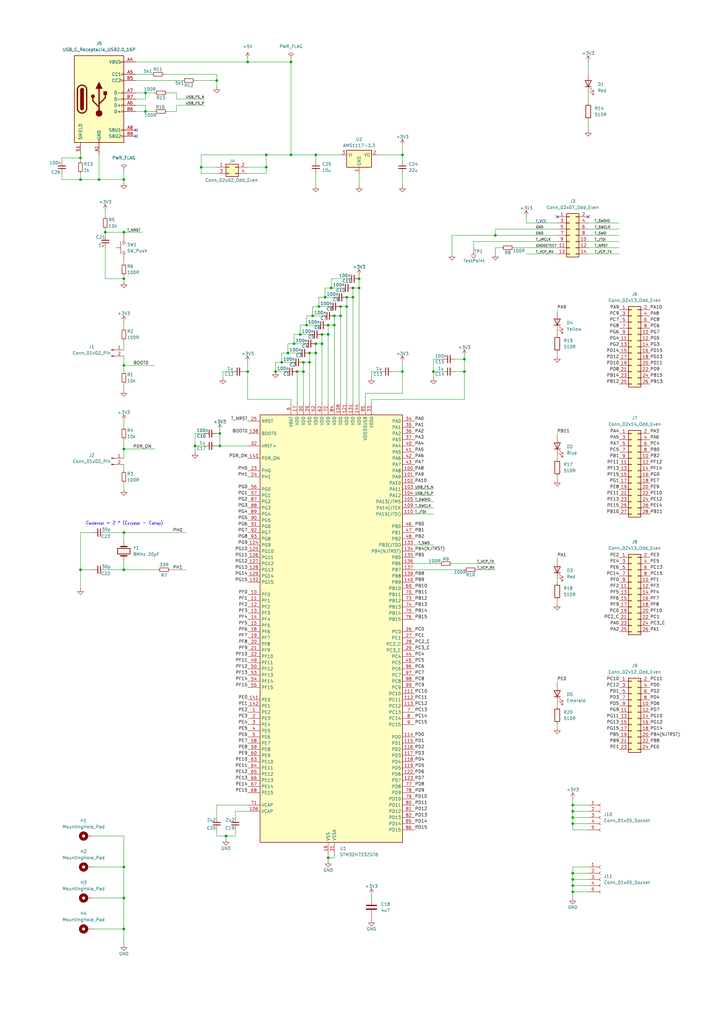
<source format=kicad_sch>
(kicad_sch (version 20231120) (generator "eeschema") (generator_version "8.0")
  (paper "A3" portrait)
  (junction (at 234.95 332.74))
  (junction (at 234.95 363.22))
  (junction (at 132.08 140.97))
  (junction (at 80.01 182.88))
  (junction (at 50.8 73.66))
  (junction (at 121.92 152.4))
  (junction (at 119.38 25.4))
  (junction (at 234.95 358.14))
  (junction (at 127 144.78))
  (junction (at 165.1 63.5))
  (junction (at 88.9 33.02))
  (junction (at 129.54 144.78))
  (junction (at 92.71 342.9))
  (junction (at 190.5 152.4))
  (junction (at 127 148.59))
  (junction (at 43.18 95.25))
  (junction (at 124.46 152.4))
  (junction (at 190.5 147.32))
  (junction (at 132.08 137.16))
  (junction (at 147.32 114.3))
  (junction (at 139.7 129.54))
  (junction (at 129.54 63.5))
  (junction (at 124.46 148.59))
  (junction (at 137.16 129.54))
  (junction (at 101.6 152.4))
  (junction (at 142.24 121.92))
  (junction (at 109.22 63.5))
  (junction (at 115.57 148.59))
  (junction (at 82.55 68.58))
  (junction (at 234.95 365.76))
  (junction (at 50.8 149.86))
  (junction (at 144.78 118.11))
  (junction (at 50.8 381))
  (junction (at 33.02 233.68))
  (junction (at 130.81 125.73))
  (junction (at 177.8 152.4))
  (junction (at 134.62 133.35))
  (junction (at 50.8 114.3))
  (junction (at 125.73 133.35))
  (junction (at 234.95 330.2))
  (junction (at 165.1 152.4))
  (junction (at 40.64 73.66))
  (junction (at 119.38 63.5))
  (junction (at 203.2 96.52))
  (junction (at 135.89 118.11))
  (junction (at 50.8 368.3))
  (junction (at 33.02 73.66))
  (junction (at 123.19 137.16))
  (junction (at 134.62 351.79))
  (junction (at 101.6 25.4))
  (junction (at 50.8 218.44))
  (junction (at 129.54 140.97))
  (junction (at 128.27 129.54))
  (junction (at 139.7 125.73))
  (junction (at 109.22 68.58))
  (junction (at 59.69 38.1))
  (junction (at 118.11 144.78))
  (junction (at 234.95 335.28))
  (junction (at 142.24 125.73))
  (junction (at 137.16 133.35))
  (junction (at 50.8 95.25))
  (junction (at 134.62 137.16))
  (junction (at 50.8 184.15))
  (junction (at 120.65 140.97))
  (junction (at 234.95 337.82))
  (junction (at 33.02 64.77))
  (junction (at 50.8 233.68))
  (junction (at 90.17 177.8))
  (junction (at 133.35 121.92))
  (junction (at 234.95 360.68))
  (junction (at 59.69 45.72))
  (junction (at 90.17 182.88))
  (junction (at 147.32 118.11))
  (junction (at 50.8 355.6))
  (junction (at 113.03 152.4))
  (junction (at 144.78 121.92))
  (no_connect (at 55.88 53.34))
  (no_connect (at 55.88 55.88))
  (no_connect (at 228.6 88.9))
  (no_connect (at 241.3 88.9))
  (wire (pts (xy 203.2 101.6) (xy 205.74 101.6)))
  (wire (pts (xy 142.24 121.92) (xy 142.24 125.73)))
  (wire (pts (xy 55.88 40.64) (xy 59.69 40.64)))
  (wire (pts (xy 33.02 64.77) (xy 33.02 66.04)))
  (wire (pts (xy 127 148.59) (xy 127 144.78)))
  (wire (pts (xy 90.17 176.53) (xy 90.17 177.8)))
  (wire (pts (xy 118.11 140.97) (xy 118.11 144.78)))
  (wire (pts (xy 130.81 121.92) (xy 133.35 121.92)))
  (wire (pts (xy 72.39 43.18) (xy 83.82 43.18)))
  (wire (pts (xy 96.52 340.36) (xy 96.52 342.9)))
  (wire (pts (xy 33.02 73.66) (xy 40.64 73.66)))
  (wire (pts (xy 119.38 24.13) (xy 119.38 25.4)))
  (wire (pts (xy 165.1 71.12) (xy 165.1 76.2)))
  (wire (pts (xy 194.31 99.06) (xy 194.31 101.6)))
  (wire (pts (xy 228.6 246.38) (xy 228.6 247.65)))
  (wire (pts (xy 109.22 68.58) (xy 109.22 71.12)))
  (wire (pts (xy 228.6 195.58) (xy 228.6 196.85)))
  (wire (pts (xy 234.95 327.66) (xy 234.95 330.2)))
  (wire (pts (xy 241.3 337.82) (xy 234.95 337.82)))
  (wire (pts (xy 147.32 118.11) (xy 147.32 165.1)))
  (wire (pts (xy 50.8 73.66) (xy 40.64 73.66)))
  (wire (pts (xy 241.3 360.68) (xy 234.95 360.68)))
  (wire (pts (xy 156.21 152.4) (xy 152.4 152.4)))
  (wire (pts (xy 190.5 163.83) (xy 190.5 152.4)))
  (wire (pts (xy 128.27 129.54) (xy 132.08 129.54)))
  (wire (pts (xy 123.19 133.35) (xy 125.73 133.35)))
  (wire (pts (xy 43.18 95.25) (xy 50.8 95.25)))
  (wire (pts (xy 195.58 233.68) (xy 203.2 233.68)))
  (wire (pts (xy 109.22 63.5) (xy 119.38 63.5)))
  (wire (pts (xy 139.7 125.73) (xy 139.7 129.54)))
  (wire (pts (xy 101.6 163.83) (xy 101.6 152.4)))
  (wire (pts (xy 50.8 132.08) (xy 50.8 134.62)))
  (wire (pts (xy 165.1 148.59) (xy 165.1 152.4)))
  (wire (pts (xy 50.8 184.15) (xy 50.8 187.96)))
  (wire (pts (xy 127 148.59) (xy 127 165.1)))
  (wire (pts (xy 135.89 114.3) (xy 142.24 114.3)))
  (wire (pts (xy 90.17 177.8) (xy 90.17 182.88)))
  (wire (pts (xy 228.6 297.18) (xy 228.6 298.45)))
  (wire (pts (xy 128.27 125.73) (xy 130.81 125.73)))
  (wire (pts (xy 55.88 25.4) (xy 101.6 25.4)))
  (wire (pts (xy 127 144.78) (xy 129.54 144.78)))
  (wire (pts (xy 82.55 63.5) (xy 109.22 63.5)))
  (wire (pts (xy 95.25 152.4) (xy 91.44 152.4)))
  (wire (pts (xy 234.95 360.68) (xy 234.95 363.22)))
  (wire (pts (xy 101.6 25.4) (xy 119.38 25.4)))
  (wire (pts (xy 50.8 381) (xy 50.8 387.35)))
  (wire (pts (xy 68.58 45.72) (xy 72.39 45.72)))
  (wire (pts (xy 33.02 233.68) (xy 38.1 233.68)))
  (wire (pts (xy 144.78 118.11) (xy 144.78 121.92)))
  (wire (pts (xy 50.8 106.68) (xy 50.8 107.95)))
  (wire (pts (xy 241.3 104.14) (xy 254 104.14)))
  (wire (pts (xy 83.82 177.8) (xy 80.01 177.8)))
  (wire (pts (xy 90.17 182.88) (xy 101.6 182.88)))
  (wire (pts (xy 55.88 33.02) (xy 74.93 33.02)))
  (wire (pts (xy 124.46 152.4) (xy 124.46 165.1)))
  (wire (pts (xy 228.6 144.78) (xy 228.6 146.05)))
  (wire (pts (xy 72.39 40.64) (xy 83.82 40.64)))
  (wire (pts (xy 125.73 129.54) (xy 125.73 133.35)))
  (wire (pts (xy 43.18 93.98) (xy 43.18 95.25)))
  (wire (pts (xy 38.1 342.9) (xy 50.8 342.9)))
  (wire (pts (xy 165.1 152.4) (xy 165.1 161.29)))
  (wire (pts (xy 137.16 350.52) (xy 137.16 351.79)))
  (wire (pts (xy 38.1 355.6) (xy 50.8 355.6)))
  (wire (pts (xy 50.8 218.44) (xy 76.2 218.44)))
  (wire (pts (xy 50.8 342.9) (xy 50.8 355.6)))
  (wire (pts (xy 139.7 125.73) (xy 142.24 125.73)))
  (wire (pts (xy 50.8 180.34) (xy 50.8 184.15)))
  (wire (pts (xy 133.35 118.11) (xy 133.35 121.92)))
  (wire (pts (xy 115.57 144.78) (xy 118.11 144.78)))
  (wire (pts (xy 170.18 200.66) (xy 177.8 200.66)))
  (wire (pts (xy 152.4 163.83) (xy 190.5 163.83)))
  (wire (pts (xy 137.16 133.35) (xy 137.16 129.54)))
  (wire (pts (xy 228.6 135.89) (xy 228.6 137.16)))
  (wire (pts (xy 50.8 113.03) (xy 50.8 114.3)))
  (wire (pts (xy 43.18 101.6) (xy 43.18 114.3)))
  (wire (pts (xy 241.3 363.22) (xy 234.95 363.22)))
  (wire (pts (xy 88.9 340.36) (xy 88.9 342.9)))
  (wire (pts (xy 113.03 148.59) (xy 113.03 152.4)))
  (wire (pts (xy 43.18 114.3) (xy 50.8 114.3)))
  (wire (pts (xy 152.4 165.1) (xy 152.4 163.83)))
  (wire (pts (xy 170.18 210.82) (xy 177.8 210.82)))
  (wire (pts (xy 125.73 133.35) (xy 129.54 133.35)))
  (wire (pts (xy 125.73 129.54) (xy 128.27 129.54)))
  (wire (pts (xy 241.3 93.98) (xy 254 93.98)))
  (wire (pts (xy 50.8 114.3) (xy 50.8 115.57)))
  (wire (pts (xy 129.54 71.12) (xy 129.54 76.2)))
  (wire (pts (xy 50.8 233.68) (xy 50.8 229.87)))
  (wire (pts (xy 165.1 59.69) (xy 165.1 63.5)))
  (wire (pts (xy 241.3 91.44) (xy 254 91.44)))
  (wire (pts (xy 50.8 190.5) (xy 50.8 193.04)))
  (wire (pts (xy 50.8 149.86) (xy 63.5 149.86)))
  (wire (pts (xy 133.35 121.92) (xy 137.16 121.92)))
  (wire (pts (xy 181.61 147.32) (xy 177.8 147.32)))
  (wire (pts (xy 137.16 351.79) (xy 134.62 351.79)))
  (wire (pts (xy 59.69 38.1) (xy 63.5 38.1)))
  (wire (pts (xy 38.1 381) (xy 50.8 381)))
  (wire (pts (xy 88.9 182.88) (xy 90.17 182.88)))
  (wire (pts (xy 50.8 355.6) (xy 50.8 368.3)))
  (wire (pts (xy 228.6 228.6) (xy 228.6 229.87)))
  (wire (pts (xy 33.02 63.5) (xy 33.02 64.77)))
  (wire (pts (xy 165.1 152.4) (xy 161.29 152.4)))
  (wire (pts (xy 215.9 88.9) (xy 215.9 91.44)))
  (wire (pts (xy 129.54 144.78) (xy 129.54 165.1)))
  (wire (pts (xy 194.31 99.06) (xy 228.6 99.06)))
  (wire (pts (xy 241.3 96.52) (xy 254 96.52)))
  (wire (pts (xy 25.4 66.04) (xy 25.4 64.77)))
  (wire (pts (xy 50.8 95.25) (xy 58.42 95.25)))
  (wire (pts (xy 165.1 63.5) (xy 165.1 66.04)))
  (wire (pts (xy 82.55 68.58) (xy 82.55 63.5)))
  (wire (pts (xy 185.42 96.52) (xy 203.2 96.52)))
  (wire (pts (xy 234.95 330.2) (xy 234.95 332.74)))
  (wire (pts (xy 228.6 288.29) (xy 228.6 289.56)))
  (wire (pts (xy 147.32 71.12) (xy 147.32 76.2)))
  (wire (pts (xy 190.5 147.32) (xy 190.5 152.4)))
  (wire (pts (xy 134.62 133.35) (xy 137.16 133.35)))
  (wire (pts (xy 152.4 152.4) (xy 152.4 154.94)))
  (wire (pts (xy 234.95 355.6) (xy 234.95 358.14)))
  (wire (pts (xy 55.88 30.48) (xy 62.23 30.48)))
  (wire (pts (xy 170.18 205.74) (xy 177.8 205.74)))
  (wire (pts (xy 190.5 152.4) (xy 186.69 152.4)))
  (wire (pts (xy 83.82 182.88) (xy 80.01 182.88)))
  (wire (pts (xy 67.31 30.48) (xy 88.9 30.48)))
  (wire (pts (xy 133.35 118.11) (xy 135.89 118.11)))
  (wire (pts (xy 134.62 350.52) (xy 134.62 351.79)))
  (wire (pts (xy 139.7 63.5) (xy 129.54 63.5)))
  (wire (pts (xy 120.65 137.16) (xy 123.19 137.16)))
  (wire (pts (xy 132.08 140.97) (xy 132.08 165.1)))
  (wire (pts (xy 142.24 125.73) (xy 142.24 165.1)))
  (wire (pts (xy 170.18 203.2) (xy 177.8 203.2)))
  (wire (pts (xy 152.4 375.92) (xy 152.4 377.19)))
  (wire (pts (xy 92.71 342.9) (xy 92.71 344.17)))
  (wire (pts (xy 68.58 38.1) (xy 72.39 38.1)))
  (wire (pts (xy 241.3 101.6) (xy 254 101.6)))
  (wire (pts (xy 241.3 38.1) (xy 241.3 41.91)))
  (wire (pts (xy 170.18 233.68) (xy 190.5 233.68)))
  (wire (pts (xy 241.3 335.28) (xy 234.95 335.28)))
  (wire (pts (xy 241.3 358.14) (xy 234.95 358.14)))
  (wire (pts (xy 121.92 152.4) (xy 121.92 165.1)))
  (wire (pts (xy 228.6 127) (xy 228.6 128.27)))
  (wire (pts (xy 228.6 279.4) (xy 228.6 280.67)))
  (wire (pts (xy 50.8 218.44) (xy 50.8 222.25)))
  (wire (pts (xy 50.8 146.05) (xy 50.8 149.86)))
  (wire (pts (xy 33.02 233.68) (xy 33.02 241.3)))
  (wire (pts (xy 88.9 30.48) (xy 88.9 33.02)))
  (wire (pts (xy 210.82 101.6) (xy 228.6 101.6)))
  (wire (pts (xy 132.08 137.16) (xy 132.08 140.97)))
  (wire (pts (xy 137.16 129.54) (xy 139.7 129.54)))
  (wire (pts (xy 113.03 148.59) (xy 115.57 148.59)))
  (wire (pts (xy 59.69 40.64) (xy 59.69 38.1)))
  (wire (pts (xy 43.18 95.25) (xy 43.18 96.52)))
  (wire (pts (xy 113.03 152.4) (xy 116.84 152.4)))
  (wire (pts (xy 170.18 223.52) (xy 177.8 223.52)))
  (wire (pts (xy 50.8 73.66) (xy 50.8 74.93)))
  (wire (pts (xy 91.44 152.4) (xy 91.44 154.94)))
  (wire (pts (xy 139.7 129.54) (xy 139.7 165.1)))
  (wire (pts (xy 241.3 355.6) (xy 234.95 355.6)))
  (wire (pts (xy 25.4 71.12) (xy 25.4 73.66)))
  (wire (pts (xy 177.8 152.4) (xy 177.8 154.94)))
  (wire (pts (xy 38.1 368.3) (xy 50.8 368.3)))
  (wire (pts (xy 72.39 45.72) (xy 72.39 43.18)))
  (wire (pts (xy 234.95 365.76) (xy 234.95 368.3)))
  (wire (pts (xy 203.2 96.52) (xy 228.6 96.52)))
  (wire (pts (xy 241.3 25.4) (xy 241.3 30.48)))
  (wire (pts (xy 128.27 125.73) (xy 128.27 129.54)))
  (wire (pts (xy 82.55 71.12) (xy 82.55 68.58)))
  (wire (pts (xy 88.9 335.28) (xy 88.9 330.2)))
  (wire (pts (xy 50.8 368.3) (xy 50.8 381)))
  (wire (pts (xy 55.88 38.1) (xy 59.69 38.1)))
  (wire (pts (xy 109.22 68.58) (xy 109.22 63.5)))
  (wire (pts (xy 149.86 161.29) (xy 165.1 161.29)))
  (wire (pts (xy 190.5 146.05) (xy 190.5 147.32)))
  (wire (pts (xy 43.18 233.68) (xy 50.8 233.68)))
  (wire (pts (xy 50.8 198.12) (xy 50.8 200.66)))
  (wire (pts (xy 234.95 358.14) (xy 234.95 360.68)))
  (wire (pts (xy 185.42 231.14) (xy 203.2 231.14)))
  (wire (pts (xy 88.9 68.58) (xy 82.55 68.58)))
  (wire (pts (xy 129.54 63.5) (xy 129.54 66.04)))
  (wire (pts (xy 135.89 114.3) (xy 135.89 118.11)))
  (wire (pts (xy 234.95 335.28) (xy 234.95 337.82)))
  (wire (pts (xy 50.8 157.48) (xy 50.8 160.02)))
  (wire (pts (xy 121.92 152.4) (xy 124.46 152.4)))
  (wire (pts (xy 147.32 114.3) (xy 147.32 118.11)))
  (wire (pts (xy 241.3 332.74) (xy 234.95 332.74)))
  (wire (pts (xy 154.94 63.5) (xy 165.1 63.5)))
  (wire (pts (xy 134.62 137.16) (xy 134.62 165.1)))
  (wire (pts (xy 118.11 140.97) (xy 120.65 140.97)))
  (wire (pts (xy 241.3 99.06) (xy 254 99.06)))
  (wire (pts (xy 203.2 93.98) (xy 203.2 96.52)))
  (wire (pts (xy 88.9 71.12) (xy 82.55 71.12)))
  (wire (pts (xy 152.4 367.03) (xy 152.4 368.3)))
  (wire (pts (xy 100.33 152.4) (xy 101.6 152.4)))
  (wire (pts (xy 241.3 365.76) (xy 234.95 365.76)))
  (wire (pts (xy 203.2 93.98) (xy 228.6 93.98)))
  (wire (pts (xy 50.8 139.7) (xy 50.8 143.51)))
  (wire (pts (xy 59.69 45.72) (xy 63.5 45.72)))
  (wire (pts (xy 55.88 45.72) (xy 59.69 45.72)))
  (wire (pts (xy 142.24 121.92) (xy 144.78 121.92)))
  (wire (pts (xy 96.52 332.74) (xy 96.52 335.28)))
  (wire (pts (xy 69.85 233.68) (xy 76.2 233.68)))
  (wire (pts (xy 147.32 114.3) (xy 147.32 113.03)))
  (wire (pts (xy 80.01 33.02) (xy 88.9 33.02)))
  (wire (pts (xy 228.6 91.44) (xy 215.9 91.44)))
  (wire (pts (xy 129.54 140.97) (xy 132.08 140.97)))
  (wire (pts (xy 228.6 177.8) (xy 228.6 179.07)))
  (wire (pts (xy 203.2 101.6) (xy 203.2 104.14)))
  (wire (pts (xy 80.01 177.8) (xy 80.01 182.88)))
  (wire (pts (xy 228.6 104.14) (xy 215.9 104.14)))
  (wire (pts (xy 101.6 148.59) (xy 101.6 152.4)))
  (wire (pts (xy 228.6 237.49) (xy 228.6 238.76)))
  (wire (pts (xy 130.81 121.92) (xy 130.81 125.73)))
  (wire (pts (xy 123.19 133.35) (xy 123.19 137.16)))
  (wire (pts (xy 64.77 233.68) (xy 50.8 233.68)))
  (wire (pts (xy 241.3 340.36) (xy 234.95 340.36)))
  (wire (pts (xy 241.3 330.2) (xy 234.95 330.2)))
  (wire (pts (xy 88.9 33.02) (xy 88.9 35.56)))
  (wire (pts (xy 120.65 140.97) (xy 124.46 140.97)))
  (wire (pts (xy 234.95 332.74) (xy 234.95 335.28)))
  (wire (pts (xy 124.46 152.4) (xy 124.46 148.59)))
  (wire (pts (xy 33.02 71.12) (xy 33.02 73.66)))
  (wire (pts (xy 101.6 71.12) (xy 109.22 71.12)))
  (wire (pts (xy 101.6 68.58) (xy 109.22 68.58)))
  (wire (pts (xy 130.81 125.73) (xy 134.62 125.73)))
  (wire (pts (xy 185.42 104.14) (xy 185.42 96.52)))
  (wire (pts (xy 88.9 177.8) (xy 90.17 177.8)))
  (wire (pts (xy 59.69 43.18) (xy 59.69 45.72)))
  (wire (pts (xy 129.54 144.78) (xy 129.54 140.97)))
  (wire (pts (xy 132.08 137.16) (xy 134.62 137.16)))
  (wire (pts (xy 50.8 69.85) (xy 50.8 73.66)))
  (wire (pts (xy 144.78 118.11) (xy 147.32 118.11)))
  (wire (pts (xy 25.4 73.66) (xy 33.02 73.66)))
  (wire (pts (xy 119.38 25.4) (xy 119.38 63.5)))
  (wire (pts (xy 43.18 218.44) (xy 50.8 218.44)))
  (wire (pts (xy 101.6 24.13) (xy 101.6 25.4)))
  (wire (pts (xy 228.6 186.69) (xy 228.6 187.96)))
  (wire (pts (xy 55.88 43.18) (xy 59.69 43.18)))
  (wire (pts (xy 80.01 182.88) (xy 80.01 185.42)))
  (wire (pts (xy 119.38 63.5) (xy 129.54 63.5)))
  (wire (pts (xy 234.95 337.82) (xy 234.95 340.36)))
  (wire (pts (xy 135.89 118.11) (xy 139.7 118.11)))
  (wire (pts (xy 72.39 38.1) (xy 72.39 40.64)))
  (wire (pts (xy 137.16 133.35) (xy 137.16 165.1)))
  (wire (pts (xy 190.5 147.32) (xy 186.69 147.32)))
  (wire (pts (xy 101.6 163.83) (xy 119.38 163.83)))
  (wire (pts (xy 170.18 231.14) (xy 180.34 231.14)))
  (wire (pts (xy 50.8 95.25) (xy 50.8 96.52)))
  (wire (pts (xy 40.64 63.5) (xy 40.64 73.66)))
  (wire (pts (xy 134.62 351.79) (xy 134.62 353.06)))
  (wire (pts (xy 124.46 148.59) (xy 127 148.59)))
  (wire (pts (xy 241.3 49.53) (xy 241.3 53.34)))
  (wire (pts (xy 43.18 86.36) (xy 43.18 88.9)))
  (wire (pts (xy 123.19 137.16) (xy 127 137.16)))
  (wire (pts (xy 88.9 330.2) (xy 101.6 330.2)))
  (wire (pts (xy 119.38 163.83) (xy 119.38 165.1)))
  (wire (pts (xy 92.71 342.9) (xy 88.9 342.9)))
  (wire (pts (xy 234.95 363.22) (xy 234.95 365.76)))
  (wire (pts (xy 96.52 342.9) (xy 92.71 342.9)))
  (wire (pts (xy 50.8 184.15) (xy 63.5 184.15)))
  (wire (pts (xy 120.65 137.16) (xy 120.65 140.97)))
  (wire (pts (xy 38.1 218.44) (xy 33.02 218.44)))
  (wire (pts (xy 50.8 172.72) (xy 50.8 175.26)))
  (wire (pts (xy 115.57 144.78) (xy 115.57 148.59)))
  (wire (pts (xy 50.8 152.4) (xy 50.8 149.86)))
  (wire (pts (xy 115.57 148.59) (xy 119.38 148.59)))
  (wire (pts (xy 118.11 144.78) (xy 121.92 144.78)))
  (wire (pts (xy 170.18 208.28) (xy 177.8 208.28)))
  (wire (pts (xy 134.62 133.35) (xy 134.62 137.16)))
  (wire (pts (xy 177.8 147.32) (xy 177.8 152.4)))
  (wire (pts (xy 101.6 332.74) (xy 96.52 332.74)))
  (wire (pts (xy 181.61 152.4) (xy 177.8 152.4)))
  (wire (pts (xy 25.4 64.77) (xy 33.02 64.77)))
  (wire (pts (xy 149.86 165.1) (xy 149.86 161.29)))
  (wire (pts (xy 33.02 218.44) (xy 33.02 233.68)))
  (wire (pts (xy 144.78 121.92) (xy 144.78 165.1)))
  (text "C_{external} = 2 * (C_{crystal} - C_{stray})" (at 51.054 214.63 0) (effects (font (size 1.27 1.27))))
  (text "T_VCC" (at 221.996 90.932 0) (effects (font (size 1.016 1.016))))
  (label "PB4(NJTRST)" (at 266.7 302.26 0))
  (label "PG15" (at 101.6 238.76 180))
  (label "PD5" (at 170.18 314.96 0))
  (label "PG2" (at 101.6 205.74 180))
  (label "PE1" (at 254 307.34 180))
  (label "PB1" (at 254 187.96 180))
  (label "PD11" (at 266.7 149.86 0))
  (label "T_SWO" (at 243.84 96.52 0) (effects (font (size 1.016 1.016))))
  (label "PE11" (at 101.6 314.96 180))
  (label "PG1" (at 101.6 203.2 180))
  (label "PD3" (at 254 287.02 180))
  (label "PF13" (at 101.6 276.86 180))
  (label "PE14" (at 266.7 208.28 0))
  (label "PB10" (at 254 210.82 180))
  (label "PC11" (at 266.7 279.4 0))
  (label "PD8" (at 170.18 322.58 0))
  (label "PG8" (at 254 134.62 180))
  (label "T_SWDIO" (at 170.18 205.74 0) (effects (font (size 1.016 1.016))))
  (label "PF1" (at 266.7 238.76 0))
  (label "GND" (at 219.71 93.98 0) (effects (font (size 1.016 1.016))))
  (label "PC6" (at 266.7 134.62 0))
  (label "T_VCP_TX" (at 195.58 231.14 0) (effects (font (size 1.016 1.016))))
  (label "PB9" (at 170.18 238.76 0))
  (label "PDR_ON" (at 62.23 184.15 180))
  (label "PF7" (at 266.7 246.38 0))
  (label "PD14" (at 170.18 337.82 0))
  (label "PF4" (at 101.6 254 180))
  (label "PC14" (at 170.18 294.64 0))
  (label "PA3" (at 266.7 177.8 0))
  (label "PG1" (at 254 198.12 180))
  (label "PB11" (at 170.18 243.84 0))
  (label "T_SWO" (at 171.45 223.52 0) (effects (font (size 1.016 1.016))))
  (label "PE5" (at 101.6 299.72 180))
  (label "PC6" (at 170.18 274.32 0))
  (label "T_NRST" (at 243.84 101.6 0) (effects (font (size 1.016 1.016))))
  (label "PF11" (at 101.6 271.78 180))
  (label "USB_FS_N" (at 170.18 200.66 0) (effects (font (size 1.016 1.016))))
  (label "PF7" (at 101.6 261.62 180))
  (label "PG10" (at 101.6 226.06 180))
  (label "PD6" (at 170.18 317.5 0))
  (label "PC7" (at 170.18 276.86 0))
  (label "PA1" (at 170.18 175.26 0))
  (label "PG5" (at 266.7 139.7 0))
  (label "PA4" (at 170.18 182.88 0))
  (label "PG6" (at 101.6 215.9 180))
  (label "PE4" (at 101.6 297.18 180))
  (label "PC0" (at 254 251.46 180))
  (label "PF6" (at 101.6 259.08 180))
  (label "PE15" (at 101.6 325.12 180))
  (label "PC5" (at 254 185.42 180))
  (label "PC12" (at 170.18 289.56 0))
  (label "PA9" (at 170.18 195.58 0))
  (label "PB14" (at 170.18 251.46 0))
  (label "PE11" (at 254 203.2 180))
  (label "PF15" (at 254 195.58 180))
  (label "T_SWCLK" (at 243.84 93.98 0) (effects (font (size 1.016 1.016))))
  (label "PD7" (at 266.7 292.1 0))
  (label "PD11" (at 170.18 330.2 0))
  (label "PG7" (at 266.7 137.16 0))
  (label "PE0" (at 101.6 287.02 180))
  (label "PE7" (at 101.6 304.8 180))
  (label "PG5" (at 101.6 213.36 180))
  (label "PG10" (at 266.7 294.64 0))
  (label "PE15" (at 254 208.28 180))
  (label "PC8" (at 170.18 279.4 0))
  (label "PC8" (at 266.7 132.08 0))
  (label "PC7" (at 254 132.08 180))
  (label "PD13" (at 266.7 147.32 0))
  (label "PC10" (at 254 279.4 180))
  (label "PD12" (at 170.18 332.74 0))
  (label "PF4" (at 266.7 243.84 0))
  (label "T_NRST" (at 52.07 95.25 0) (effects (font (size 1.016 1.016))))
  (label "PF9" (at 254 248.92 180))
  (label "PF8" (at 101.6 264.16 180))
  (label "T_VCP_TX" (at 243.84 104.14 0) (effects (font (size 1.016 1.016))))
  (label "PG4" (at 101.6 210.82 180))
  (label "PC4" (at 170.18 269.24 0))
  (label "PG9" (at 101.6 223.52 180))
  (label "PG8" (at 101.6 220.98 180))
  (label "PF2" (at 101.6 248.92 180))
  (label "PC11" (at 170.18 287.02 0))
  (label "PB5" (at 170.18 228.6 0))
  (label "GND" (at 219.71 96.52 0) (effects (font (size 1.016 1.016))))
  (label "PD6" (at 266.7 289.56 0))
  (label "PB0" (at 170.18 215.9 0))
  (label "USB_FS_N" (at 76.2 40.64 0) (effects (font (size 1.016 1.016))))
  (label "PE12" (at 101.6 317.5 180))
  (label "PB11" (at 228.6 177.8 0))
  (label "PG0" (at 101.6 200.66 180))
  (label "PE12" (at 266.7 205.74 0))
  (label "PG11" (at 254 294.64 180))
  (label "PA8" (at 266.7 129.54 0))
  (label "T_SWCLK" (at 170.18 208.28 0) (effects (font (size 1.016 1.016))))
  (label "PF12" (at 101.6 274.32 180))
  (label "PG6" (at 254 137.16 180))
  (label "BOOT0" (at 60.96 149.86 180))
  (label "PD2" (at 170.18 307.34 0))
  (label "PG7" (at 101.6 218.44 180))
  (label "PC2_C" (at 254 254 180))
  (label "PD10" (at 170.18 327.66 0))
  (label "PF3" (at 101.6 251.46 180))
  (label "PB15" (at 170.18 254 0))
  (label "PC0" (at 170.18 259.08 0))
  (label "PF9" (at 101.6 266.7 180))
  (label "PF2" (at 254 241.3 180))
  (label "PG14" (at 101.6 236.22 180))
  (label "PA0" (at 170.18 172.72 0))
  (label "PC13" (at 170.18 292.1 0))
  (label "PD3" (at 170.18 309.88 0))
  (label "PG2" (at 254 142.24 180))
  (label "PC3_C" (at 170.18 266.7 0))
  (label "PE9" (at 101.6 309.88 180))
  (label "PB2" (at 170.18 220.98 0))
  (label "PE3" (at 101.6 294.64 180))
  (label "PE8" (at 254 200.66 180))
  (label "PE0" (at 228.6 279.4 0))
  (label "PC1" (at 170.18 261.62 0))
  (label "PB9" (at 254 304.8 180))
  (label "BOOT0" (at 101.6 177.8 180))
  (label "PE2" (at 101.6 292.1 180))
  (label "PE1" (at 101.6 289.56 180))
  (label "PE13" (at 254 205.74 180))
  (label "PH1" (at 101.6 195.58 180))
  (label "PF14" (at 101.6 279.4 180))
  (label "PB5" (at 254 302.26 180))
  (label "PD1" (at 254 284.48 180))
  (label "T_JTDI" (at 243.84 99.06 0) (effects (font (size 1.016 1.016))))
  (label "GNDDETECT" (at 219.71 101.6 0) (effects (font (size 1.016 1.016))))
  (label "PA10" (at 170.18 198.12 0))
  (label "PE9" (at 266.7 200.66 0))
  (label "PD5" (at 254 289.56 180))
  (label "PA1" (at 266.7 259.08 0))
  (label "PF6" (at 254 246.38 180))
  (label "PG13" (at 254 297.18 180))
  (label "PG3" (at 101.6 208.28 180))
  (label "PH1" (at 74.93 233.68 180))
  (label "PB14" (at 254 154.94 180))
  (label "PF8" (at 266.7 248.92 0))
  (label "PE6" (at 254 233.68 180))
  (label "PC3_C" (at 266.7 256.54 0))
  (label "PE8" (at 101.6 307.34 180))
  (label "PE10" (at 101.6 312.42 180))
  (label "PD10" (at 254 149.86 180))
  (label "PC15" (at 170.18 297.18 0))
  (label "PG12" (at 101.6 231.14 180))
  (label "PF0" (at 254 238.76 180))
  (label "PD12" (at 254 147.32 180))
  (label "PG12" (at 266.7 297.18 0))
  (label "PG0" (at 266.7 195.58 0))
  (label "PB8" (at 170.18 236.22 0))
  (label "PB13" (at 170.18 248.92 0))
  (label "PB12" (at 170.18 246.38 0))
  (label "PC15" (at 266.7 236.22 0))
  (label "PC2_C" (at 170.18 264.16 0))
  (label "PB13" (at 266.7 157.48 0))
  (label "PG3" (at 266.7 142.24 0))
  (label "PG14" (at 266.7 299.72 0))
  (label "PF13" (at 254 193.04 180))
  (label "PA7" (at 170.18 190.5 0))
  (label "PE10" (at 266.7 203.2 0))
  (label "PC10" (at 170.18 284.48 0))
  (label "PD15" (at 170.18 340.36 0))
  (label "PG9" (at 254 292.1 180))
  (label "T_JRCLK" (at 219.71 99.06 0) (effects (font (size 1.016 1.016))))
  (label "PA0" (at 254 256.54 180))
  (label "PF1" (at 101.6 246.38 180))
  (label "PA8" (at 170.18 193.04 0))
  (label "PD15" (at 266.7 144.78 0))
  (label "PC1" (at 266.7 254 0))
  (label "PG13" (at 101.6 233.68 180))
  (label "PC12" (at 254 281.94 180))
  (label "PF15" (at 101.6 281.94 180))
  (label "PA5" (at 254 180.34 180))
  (label "PD0" (at 266.7 281.94 0))
  (label "PA2" (at 170.18 177.8 0))
  (label "PE6" (at 101.6 302.26 180))
  (label "PA6" (at 266.7 180.34 0))
  (label "PA6" (at 170.18 187.96 0))
  (label "PG11" (at 101.6 228.6 180))
  (label "PB11" (at 266.7 210.82 0))
  (label "PE2" (at 254 228.6 180))
  (label "PF5" (at 254 243.84 180))
  (label "PA4" (at 254 177.8 180))
  (label "PF14" (at 266.7 193.04 0))
  (label "PA3" (at 170.18 180.34 0))
  (label "PB2" (at 266.7 187.96 0))
  (label "PD1" (at 170.18 304.8 0))
  (label "T_VCP_RX" (at 219.71 104.14 0) (effects (font (size 1.016 1.016))))
  (label "PF3" (at 266.7 241.3 0))
  (label "PF10" (at 101.6 269.24 180))
  (label "PE13" (at 101.6 320.04 180))
  (label "PA1" (at 228.6 228.6 0))
  (label "PF12" (at 266.7 190.5 0))
  (label "PD2" (at 266.7 284.48 0))
  (label "T_SWDIO" (at 243.84 91.44 0) (effects (font (size 1.016 1.016))))
  (label "PD8" (at 254 152.4 180))
  (label "PF0" (at 101.6 243.84 180))
  (label "PE4" (at 254 231.14 180))
  (label "PF5" (at 101.6 256.54 180))
  (label "USB_FS_P" (at 76.2 43.18 0) (effects (font (size 1.016 1.016))))
  (label "PC4" (at 266.7 182.88 0))
  (label "PH0" (at 101.6 193.04 180))
  (label "PD14" (at 254 144.78 180))
  (label "PA2" (at 254 259.08 180))
  (label "PB10" (at 170.18 241.3 0))
  (label "PC9" (at 254 129.54 180))
  (label "PG15" (at 254 299.72 180))
  (label "PE14" (at 101.6 322.58 180))
  (label "PC14" (at 254 236.22 180))
  (label "PD0" (at 170.18 302.26 0))
  (label "PD7" (at 170.18 320.04 0))
  (label "PD13" (at 170.18 335.28 0))
  (label "PA5" (at 170.18 185.42 0))
  (label "PD9" (at 170.18 325.12 0))
  (label "PB0" (at 266.7 185.42 0))
  (label "PDR_ON" (at 101.6 187.96 180))
  (label "PB8" (at 266.7 304.8 0))
  (label "PC5" (at 170.18 271.78 0))
  (label "PC9" (at 170.18 281.94 0))
  (label "T_JTDI" (at 170.18 210.82 0) (effects (font (size 1.016 1.016))))
  (label "PB4(NJTRST)" (at 170.18 226.06 0))
  (label "PG4" (at 254 139.7 180))
  (label "PA9" (at 228.6 127 0))
  (label "PD4" (at 170.18 312.42 0))
  (label "PC13" (at 266.7 233.68 0))
  (label "T_NRST" (at 101.6 172.72 180))
  (label "PH0" (at 74.93 218.44 180))
  (label "PA10" (at 266.7 127 0))
  (label "PD9" (at 266.7 152.4 0))
  (label "PE5" (at 266.7 231.14 0))
  (label "T_VCP_RX" (at 195.58 233.68 0) (effects (font (size 1.016 1.016))))
  (label "PA9" (at 254 127 180))
  (label "PF11" (at 254 190.5 180))
  (label "PB1" (at 170.18 218.44 0))
  (label "PB12" (at 254 157.48 180))
  (label "PA7" (at 254 182.88 180))
  (label "USB_FS_P" (at 170.18 203.2 0) (effects (font (size 1.016 1.016))))
  (label "PE7" (at 266.7 198.12 0))
  (label "PE3" (at 266.7 228.6 0))
  (label "PB15" (at 266.7 154.94 0))
  (label "PE0" (at 266.7 307.34 0))
  (label "PF10" (at 266.7 251.46 0))
  (label "PD4" (at 266.7 287.02 0))
  (symbol (lib_id "Device:C_Small") (at 25.4 68.58 180) (unit 1)
    (property "Reference" "C26" (at 24.892 70.612 0) (effects (justify left)))
    (property "Value" "100n" (at 25.146 66.802 0) (effects (justify left)))
    (property "Footprint" "Capacitor_SMD:C_0402_1005Metric" (effects (hide yes)))
    (property "Description" "Unpolarized capacitor, small symbol" (effects (hide yes)))
    (property "JLC#" "C307331" (effects (hide yes)))
  )
  (symbol (lib_id "Device:C_Small") (at 165.1 68.58 0) (unit 1)
    (property "Reference" "C24" (at 167.64 67.3162 0) (effects (justify left)))
    (property "Value" "22u" (at 167.64 69.8562 0) (effects (justify left)))
    (property "Footprint" "Capacitor_SMD:C_0805_2012Metric" (effects (hide yes)))
    (property "Description" "Unpolarized capacitor, small symbol" (effects (hide yes)))
    (property "JLC#" "C45783" (effects (hide yes)))
  )
  (symbol (lib_id "Device:C_Small") (at 43.18 99.06 180) (unit 1)
    (property "Reference" "C21" (at 43.18 97.282 0) (effects (justify left)))
    (property "Value" "1u" (at 42.926 100.584 0) (effects (justify left)))
    (property "Footprint" "Capacitor_SMD:C_0402_1005Metric" (effects (hide yes)))
    (property "Description" "Unpolarized capacitor, small symbol" (effects (hide yes)))
    (property "JLC#" "C52923" (effects (hide yes)))
  )
  (symbol (lib_id "Device:C_Small") (at 124.46 144.78 90) (unit 1)
    (property "Reference" "C3" (at 123.952 145.796 90) (effects (justify left)))
    (property "Value" "100n" (at 123.698 143.51 90) (effects (justify left)))
    (property "Footprint" "Capacitor_SMD:C_0402_1005Metric" (effects (hide yes)))
    (property "Description" "Unpolarized capacitor, small symbol" (effects (hide yes)))
    (property "JLC#" "C307331" (effects (hide yes)))
  )
  (symbol (lib_id "Device:R_Small") (at 77.47 33.02 90) (unit 1)
    (property "Reference" "R12" (at 77.47 35.052 90))
    (property "Value" "5k1" (at 73.66 34.036 90))
    (property "Footprint" "Resistor_SMD:R_0402_1005Metric" (effects (hide yes)))
    (property "Description" "Resistor, small symbol" (effects (hide yes)))
    (property "JLC#" "C25905" (effects (hide yes)))
  )
  (symbol (lib_id "power:GND") (at 113.03 152.4 0) (unit 1)
    (property "Reference" "#PWR04" (effects (hide yes)))
    (property "Value" "GND" (effects (hide yes)))
    (property "Description" "Power symbol creates a global label with name \"GND\" , ground" (effects (hide yes)))
  )
  (symbol (lib_id "Connector:Conn_01x05_Socket") (at 246.38 360.68 0) (unit 1)
    (property "Reference" "J11" (at 247.65 359.4099 0) (effects (justify left)))
    (property "Value" "Conn_01x05_Socket" (at 247.65 361.9499 0) (effects (justify left)))
    (property "Footprint" "Connector_PinSocket_2.54mm:PinSocket_1x05_P2.54mm_Vertical" (effects (hide yes)))
    (property "Description" "Generic connector, single row, 01x05, script generated" (effects (hide yes)))
  )
  (symbol (lib_id "Device:C_Small") (at 97.79 152.4 90) (unit 1)
    (property "Reference" "C12" (at 96.012 153.416 90) (effects (justify left)))
    (property "Value" "1u" (at 95.758 151.13 90) (effects (justify left)))
    (property "Footprint" "Capacitor_SMD:C_0402_1005Metric" (effects (hide yes)))
    (property "Description" "Unpolarized capacitor, small symbol" (effects (hide yes)))
    (property "JLC#" "C52923" (effects (hide yes)))
  )
  (symbol (lib_id "power:GND") (at 88.9 35.56 0) (unit 1)
    (property "Reference" "#PWR034" (effects (hide yes)))
    (property "Value" "GND" (effects (hide yes)))
    (property "Description" "Power symbol creates a global label with name \"GND\" , ground" (effects (hide yes)))
  )
  (symbol (lib_id "Device:C_Small") (at 127 140.97 90) (unit 1)
    (property "Reference" "C4" (at 126.492 141.986 90) (effects (justify left)))
    (property "Value" "100n" (at 126.238 139.7 90) (effects (justify left)))
    (property "Footprint" "Capacitor_SMD:C_0402_1005Metric" (effects (hide yes)))
    (property "Description" "Unpolarized capacitor, small symbol" (effects (hide yes)))
    (property "JLC#" "C307331" (effects (hide yes)))
  )
  (symbol (lib_id "power:GND") (at 165.1 76.2 0) (unit 1)
    (property "Reference" "#PWR025" (effects (hide yes)))
    (property "Value" "GND" (effects (hide yes)))
    (property "Description" "Power symbol creates a global label with name \"GND\" , ground" (effects (hide yes)))
  )
  (symbol (lib_id "Device:C_Small") (at 132.08 133.35 90) (unit 1)
    (property "Reference" "C6" (at 131.572 134.366 90) (effects (justify left)))
    (property "Value" "100n" (at 131.318 132.08 90) (effects (justify left)))
    (property "Footprint" "Capacitor_SMD:C_0402_1005Metric" (effects (hide yes)))
    (property "Description" "Unpolarized capacitor, small symbol" (effects (hide yes)))
    (property "JLC#" "C307331" (effects (hide yes)))
  )
  (symbol (lib_id "Connector_Generic:Conn_02x13_Odd_Even") (at 259.08 142.24 0) (unit 1)
    (property "Reference" "J6" (at 260.35 120.65 0))
    (property "Value" "Conn_02x13_Odd_Even" (at 260.35 123.19 0))
    (property "Footprint" "Connector_PinSocket_2.54mm:PinSocket_2x13_P2.54mm_Vertical" (effects (hide yes)))
    (property "Description" "Generic connector, double row, 02x13, odd/even pin numbering scheme (row 1 odd numbers, row 2 even numbers), script generated (kicad-library-utils/schlib/autogen/connector/)" (effects (hide yes)))
  )
  (symbol (lib_id "power:GND") (at 50.8 200.66 0) (unit 1)
    (property "Reference" "#PWR018" (effects (hide yes)))
    (property "Value" "GND" (effects (hide yes)))
    (property "Description" "Power symbol creates a global label with name \"GND\" , ground" (effects (hide yes)))
  )
  (symbol (lib_id "Device:R") (at 241.3 45.72 0) (unit 1)
    (property "Reference" "R14" (at 243.84 44.4499 0) (effects (justify left)))
    (property "Value" "510R" (at 243.84 46.9899 0) (effects (justify left)))
    (property "Footprint" "Resistor_SMD:R_0805_2012Metric_Pad1.20x1.40mm_HandSolder" (effects (hide yes)))
    (property "Description" "Resistor" (effects (hide yes)))
    (property "JLC#" "C17734" (effects (hide yes)))
  )
  (symbol (lib_id "Device:C_Small") (at 96.52 337.82 180) (unit 1)
    (property "Reference" "C19" (at 96.266 339.598 0) (effects (justify left)))
    (property "Value" "2u2" (at 96.266 336.296 0) (effects (justify left)))
    (property "Footprint" "Capacitor_SMD:C_0805_2012Metric" (effects (hide yes)))
    (property "Description" "Unpolarized capacitor, small symbol" (effects (hide yes)))
    (property "JLC#" "C377773" (effects (hide yes)))
  )
  (symbol (lib_id "power:+3V3") (at 50.8 132.08 0) (unit 1)
    (property "Reference" "#PWR016" (effects (hide yes)))
    (property "Value" "+3V3" (at 50.8 128.524 0))
    (property "Description" "Power symbol creates a global label with name \"+3V3\"" (effects (hide yes)))
  )
  (symbol (lib_id "power:GND") (at 92.71 344.17 0) (unit 1)
    (property "Reference" "#PWR014" (effects (hide yes)))
    (property "Value" "GND" (at 92.71 347.98 0))
    (property "Description" "Power symbol creates a global label with name \"GND\" , ground" (effects (hide yes)))
  )
  (symbol (lib_id "power:GND") (at 228.6 196.85 0) (unit 1)
    (property "Reference" "#PWR029" (effects (hide yes)))
    (property "Value" "GND" (effects (hide yes)))
    (property "Description" "Power symbol creates a global label with name \"GND\" , ground" (effects (hide yes)))
  )
  (symbol (lib_id "power:GND") (at 152.4 377.19 0) (unit 1)
    (property "Reference" "#PWR012" (effects (hide yes)))
    (property "Value" "GND" (at 152.4 381 0))
    (property "Description" "Power symbol creates a global label with name \"GND\" , ground" (effects (hide yes)))
  )
  (symbol (lib_id "MCU_ST_STM32H7:STM32H723ZGTx") (at 134.62 259.08 0) (unit 1)
    (property "Reference" "U1" (at 139.3541 347.98 0) (effects (justify left)))
    (property "Value" "STM32H723ZGT6" (at 139.3541 350.52 0) (effects (justify left)))
    (property "Footprint" "Package_QFP:LQFP-144_20x20mm_P0.5mm" (effects (hide yes)))
    (property "Datasheet" "https://www.st.com/resource/en/datasheet/stm32h723zg.pdf" (effects (hide yes)))
    (property "Description" "STMicroelectronics Arm Cortex-M7 MCU, 1024KB flash, 564KB RAM, 550 MHz, 1.62-3.6V, 114 GPIO, LQFP144" (effects (hide yes)))
  )
  (symbol (lib_id "Mechanical:MountingHole_Pad") (at 35.56 368.3 90) (unit 1)
    (property "Reference" "H3" (at 34.29 361.95 90))
    (property "Value" "MountingHole_Pad" (at 34.29 364.49 90))
    (property "Footprint" "MountingHole:MountingHole_3.2mm_M3_Pad_Via" (effects (hide yes)))
    (property "Description" "Mounting Hole with connection" (effects (hide yes)))
  )
  (symbol (lib_id "Device:C_Small") (at 129.54 68.58 0) (unit 1)
    (property "Reference" "C25" (at 132.08 67.3162 0) (effects (justify left)))
    (property "Value" "10u" (at 132.08 69.8562 0) (effects (justify left)))
    (property "Footprint" "Capacitor_SMD:C_1206_3216Metric" (effects (hide yes)))
    (property "Description" "Unpolarized capacitor, small symbol" (effects (hide yes)))
    (property "JLC#" "C13585" (effects (hide yes)))
  )
  (symbol (lib_id "Device:LED") (at 228.6 284.48 90) (unit 1)
    (property "Reference" "D5" (at 232.41 284.7974 90) (effects (justify right)))
    (property "Value" "Emerald" (at 232.41 287.3374 90) (effects (justify right)))
    (property "Footprint" "LED_SMD:LED_0805_2012Metric" (effects (hide yes)))
    (property "Description" "Light emitting diode" (effects (hide yes)))
    (property "JLC#" "C2297" (effects (hide yes)))
  )
  (symbol (lib_id "power:+3V3") (at 152.4 367.03 0) (unit 1)
    (property "Reference" "#PWR013" (effects (hide yes)))
    (property "Value" "+3V3" (at 152.4 363.474 0))
    (property "Description" "Power symbol creates a global label with name \"+3V3\"" (effects (hide yes)))
  )
  (symbol (lib_id "power:+3V3") (at 90.17 176.53 0) (unit 1)
    (property "Reference" "#PWR011" (effects (hide yes)))
    (property "Value" "+3V3" (at 90.17 172.974 0))
    (property "Description" "Power symbol creates a global label with name \"+3V3\"" (effects (hide yes)))
  )
  (symbol (lib_id "Device:R_Small") (at 182.88 231.14 90) (unit 1)
    (property "Reference" "R9" (at 182.88 229.362 90))
    (property "Value" "100R" (at 178.308 230.124 90))
    (property "Footprint" "Resistor_SMD:R_0402_1005Metric" (effects (hide yes)))
    (property "Description" "Resistor, small symbol" (effects (hide yes)))
    (property "JLC#" "C25076" (effects (hide yes)))
  )
  (symbol (lib_id "Device:R_Small") (at 67.31 233.68 90) (unit 1)
    (property "Reference" "R7" (at 67.31 235.966 90))
    (property "Value" "33R" (at 67.31 231.648 90))
    (property "Footprint" "Resistor_SMD:R_0402_1005Metric" (effects (hide yes)))
    (property "Description" "Resistor, small symbol" (effects (hide yes)))
    (property "JLC#" "C25105" (effects (hide yes)))
  )
  (symbol (lib_id "power:GND") (at 50.8 387.35 0) (unit 1)
    (property "Reference" "#PWR033" (effects (hide yes)))
    (property "Value" "GND" (at 50.8 391.16 0))
    (property "Description" "Power symbol creates a global label with name \"GND\" , ground" (effects (hide yes)))
  )
  (symbol (lib_id "Device:R_Small") (at 43.18 91.44 0) (unit 1)
    (property "Reference" "R5" (at 44.45 90.17 0) (effects (justify left)))
    (property "Value" "10k" (at 44.45 92.71 0) (effects (justify left)))
    (property "Footprint" "Resistor_SMD:R_0402_1005Metric" (effects (hide yes)))
    (property "Description" "Resistor, small symbol" (effects (hide yes)))
    (property "JLC#" "C25744" (effects (hide yes)))
  )
  (symbol (lib_id "Switch:SW_Push") (at 50.8 101.6 90) (unit 1)
    (property "Reference" "SW1" (at 52.07 100.3299 90) (effects (justify right)))
    (property "Value" "SW_Push" (at 52.07 102.8699 90) (effects (justify right)))
    (property "Footprint" "Button_Switch_SMD:SW_Push_1P1T_NO_6x6mm_H9.5mm" (effects (hide yes)))
    (property "Description" "Push button switch, generic, two pins" (effects (hide yes)))
  )
  (symbol (lib_id "Connector_Generic:Conn_02x13_Odd_Even") (at 259.08 243.84 0) (unit 1)
    (property "Reference" "J8" (at 260.35 222.25 0))
    (property "Value" "Conn_02x13_Odd_Even" (at 260.35 224.79 0))
    (property "Footprint" "Connector_PinSocket_2.54mm:PinSocket_2x13_P2.54mm_Vertical" (effects (hide yes)))
    (property "Description" "Generic connector, double row, 02x13, odd/even pin numbering scheme (row 1 odd numbers, row 2 even numbers), script generated (kicad-library-utils/schlib/autogen/connector/)" (effects (hide yes)))
  )
  (symbol (lib_id "power:GND") (at 134.62 353.06 0) (unit 1)
    (property "Reference" "#PWR01" (effects (hide yes)))
    (property "Value" "GND" (at 134.62 356.87 0))
    (property "Description" "Power symbol creates a global label with name \"GND\" , ground" (effects (hide yes)))
  )
  (symbol (lib_id "power:GND") (at 203.2 104.14 0) (unit 1)
    (property "Reference" "#PWR027" (effects (hide yes)))
    (property "Value" "GND" (effects (hide yes)))
    (property "Description" "Power symbol creates a global label with name \"GND\" , ground" (effects (hide yes)))
  )
  (symbol (lib_id "Device:Crystal") (at 50.8 226.06 90) (unit 1)
    (property "Reference" "Y1" (at 54.61 224.7899 90) (effects (justify right)))
    (property "Value" "8MHz 20pF" (at 54.61 227.3299 90) (effects (justify right)))
    (property "Footprint" "Crystal:Crystal_SMD_5032-2Pin_5.0x3.2mm" (effects (hide yes)))
    (property "Description" "Two pin crystal" (effects (hide yes)))
    (property "JLC#" "C115962" (effects (hide yes)))
  )
  (symbol (lib_id "Device:C_Small") (at 119.38 152.4 90) (unit 1)
    (property "Reference" "C1" (at 118.872 153.416 90) (effects (justify left)))
    (property "Value" "100n" (at 118.618 151.13 90) (effects (justify left)))
    (property "Footprint" "Capacitor_SMD:C_0402_1005Metric" (effects (hide yes)))
    (property "Description" "Unpolarized capacitor, small symbol" (effects (hide yes)))
    (property "JLC#" "C307331" (effects (hide yes)))
  )
  (symbol (lib_id "Device:R_Small") (at 50.8 154.94 0) (unit 1)
    (property "Reference" "R1" (at 52.07 153.67 0) (effects (justify left)))
    (property "Value" "10k" (at 52.07 156.21 0) (effects (justify left)))
    (property "Footprint" "Resistor_SMD:R_0402_1005Metric" (effects (hide yes)))
    (property "Description" "Resistor, small symbol" (effects (hide yes)))
    (property "JLC#" "C25744" (effects (hide yes)))
  )
  (symbol (lib_id "Connector:Conn_01x02_Pin") (at 45.72 187.96 0) (unit 1)
    (property "Reference" "J2" (at 37.592 186.69 0))
    (property "Value" "Conn_01x02_Pin" (at 37.592 189.23 0))
    (property "Footprint" "Connector_PinHeader_2.54mm:PinHeader_1x02_P2.54mm_Vertical" (effects (hide yes)))
    (property "Description" "Generic connector, single row, 01x02, script generated" (effects (hide yes)))
  )
  (symbol (lib_id "Device:C_Small") (at 88.9 337.82 180) (unit 1)
    (property "Reference" "C20" (at 88.646 339.598 0) (effects (justify left)))
    (property "Value" "2u2" (at 88.646 336.296 0) (effects (justify left)))
    (property "Footprint" "Capacitor_SMD:C_0805_2012Metric" (effects (hide yes)))
    (property "Description" "Unpolarized capacitor, small symbol" (effects (hide yes)))
    (property "JLC#" "C377773" (effects (hide yes)))
  )
  (symbol (lib_id "Device:C_Small") (at 184.15 152.4 90) (unit 1)
    (property "Reference" "C14" (at 182.372 153.416 90) (effects (justify left)))
    (property "Value" "1u" (at 182.118 151.13 90) (effects (justify left)))
    (property "Footprint" "Capacitor_SMD:C_0402_1005Metric" (effects (hide yes)))
    (property "Description" "Unpolarized capacitor, small symbol" (effects (hide yes)))
    (property "JLC#" "C52923" (effects (hide yes)))
  )
  (symbol (lib_id "power:GND") (at 50.8 115.57 0) (unit 1)
    (property "Reference" "#PWR020" (effects (hide yes)))
    (property "Value" "GND" (effects (hide yes)))
    (property "Description" "Power symbol creates a global label with name \"GND\" , ground" (effects (hide yes)))
  )
  (symbol (lib_id "Device:R_Small") (at 50.8 195.58 0) (unit 1)
    (property "Reference" "R3" (at 52.07 194.31 0) (effects (justify left)))
    (property "Value" "100R" (at 52.07 196.85 0) (effects (justify left)))
    (property "Footprint" "Resistor_SMD:R_0402_1005Metric" (effects (hide yes)))
    (property "Description" "Resistor, small symbol" (effects (hide yes)))
    (property "JLC#" "C25076" (effects (hide yes)))
  )
  (symbol (lib_id "power:GND") (at 50.8 160.02 0) (unit 1)
    (property "Reference" "#PWR015" (effects (hide yes)))
    (property "Value" "GND" (effects (hide yes)))
    (property "Description" "Power symbol creates a global label with name \"GND\" , ground" (effects (hide yes)))
  )
  (symbol (lib_id "Device:C_Small") (at 40.64 233.68 270) (unit 1)
    (property "Reference" "C22" (at 41.402 235.204 90) (effects (justify left)))
    (property "Value" "30p" (at 41.656 232.41 90) (effects (justify left)))
    (property "Footprint" "Capacitor_SMD:C_0603_1608Metric" (effects (hide yes)))
    (property "Description" "Unpolarized capacitor, small symbol" (effects (hide yes)))
    (property "JLC#" "C1658" (effects (hide yes)))
  )
  (symbol (lib_id "Device:C_Small") (at 158.75 152.4 90) (unit 1)
    (property "Reference" "C13" (at 156.972 153.416 90) (effects (justify left)))
    (property "Value" "1u" (at 156.718 151.13 90) (effects (justify left)))
    (property "Footprint" "Capacitor_SMD:C_0402_1005Metric" (effects (hide yes)))
    (property "Description" "Unpolarized capacitor, small symbol" (effects (hide yes)))
    (property "JLC#" "C52923" (effects (hide yes)))
  )
  (symbol (lib_id "power:+3V3") (at 190.5 146.05 0) (unit 1)
    (property "Reference" "#PWR09" (effects (hide yes)))
    (property "Value" "+3V3" (at 190.5 142.494 0))
    (property "Description" "Power symbol creates a global label with name \"+3V3\"" (effects (hide yes)))
  )
  (symbol (lib_id "Device:R_Small") (at 208.28 101.6 90) (unit 1)
    (property "Reference" "R8" (at 208.28 103.632 90))
    (property "Value" "100R" (at 212.852 102.87 90))
    (property "Footprint" "Resistor_SMD:R_0402_1005Metric" (effects (hide yes)))
    (property "Description" "Resistor, small symbol" (effects (hide yes)))
    (property "JLC#" "C25076" (effects (hide yes)))
  )
  (symbol (lib_id "Device:LED") (at 228.6 233.68 90) (unit 1)
    (property "Reference" "D3" (at 232.41 233.9974 90) (effects (justify right)))
    (property "Value" "Red" (at 232.41 236.5374 90) (effects (justify right)))
    (property "Footprint" "LED_SMD:LED_0805_2012Metric" (effects (hide yes)))
    (property "Description" "Light emitting diode" (effects (hide yes)))
    (property "JLC#" "C84256" (effects (hide yes)))
  )
  (symbol (lib_id "Device:C_Small") (at 184.15 147.32 90) (unit 1)
    (property "Reference" "C15" (at 182.372 148.336 90) (effects (justify left)))
    (property "Value" "100n" (at 183.388 146.05 90) (effects (justify left)))
    (property "Footprint" "Capacitor_SMD:C_0402_1005Metric" (effects (hide yes)))
    (property "Description" "Unpolarized capacitor, small symbol" (effects (hide yes)))
    (property "JLC#" "C307331" (effects (hide yes)))
  )
  (symbol (lib_id "Device:R") (at 228.6 191.77 0) (unit 1)
    (property "Reference" "R17" (at 231.14 190.4999 0) (effects (justify left)))
    (property "Value" "510R" (at 231.14 193.0399 0) (effects (justify left)))
    (property "Footprint" "Resistor_SMD:R_0805_2012Metric_Pad1.20x1.40mm_HandSolder" (effects (hide yes)))
    (property "Description" "Resistor" (effects (hide yes)))
    (property "JLC#" "C17734" (effects (hide yes)))
  )
  (symbol (lib_id "Device:R_Small") (at 50.8 177.8 0) (unit 1)
    (property "Reference" "R4" (at 52.07 176.53 0) (effects (justify left)))
    (property "Value" "10k" (at 52.07 179.07 0) (effects (justify left)))
    (property "Footprint" "Resistor_SMD:R_0402_1005Metric" (effects (hide yes)))
    (property "Description" "Resistor, small symbol" (effects (hide yes)))
    (property "JLC#" "C25744" (effects (hide yes)))
  )
  (symbol (lib_id "Device:C") (at 152.4 372.11 0) (unit 1)
    (property "Reference" "C18" (at 156.21 370.8399 0) (effects (justify left)))
    (property "Value" "4u7" (at 156.21 373.3799 0) (effects (justify left)))
    (property "Footprint" "Capacitor_SMD:C_1206_3216Metric" (effects (hide yes)))
    (property "Description" "Unpolarized capacitor" (effects (hide yes)))
    (property "JLC#" "C29823" (effects (hide yes)))
  )
  (symbol (lib_id "power:GND") (at 91.44 154.94 0) (unit 1)
    (property "Reference" "#PWR03" (effects (hide yes)))
    (property "Value" "GND" (effects (hide yes)))
    (property "Description" "Power symbol creates a global label with name \"GND\" , ground" (effects (hide yes)))
  )
  (symbol (lib_id "power:+3V3") (at 43.18 86.36 0) (unit 1)
    (property "Reference" "#PWR019" (effects (hide yes)))
    (property "Value" "+3V3" (at 43.18 82.804 0))
    (property "Description" "Power symbol creates a global label with name \"+3V3\"" (effects (hide yes)))
  )
  (symbol (lib_id "Connector:Conn_01x05_Socket") (at 246.38 335.28 0) (unit 1)
    (property "Reference" "J10" (at 247.65 334.0099 0) (effects (justify left)))
    (property "Value" "Conn_01x05_Socket" (at 247.65 336.5499 0) (effects (justify left)))
    (property "Footprint" "Connector_PinSocket_2.54mm:PinSocket_1x05_P2.54mm_Vertical" (effects (hide yes)))
    (property "Description" "Generic connector, single row, 01x05, script generated" (effects (hide yes)))
  )
  (symbol (lib_id "Mechanical:MountingHole_Pad") (at 35.56 342.9 90) (unit 1)
    (property "Reference" "H1" (at 34.29 336.55 90))
    (property "Value" "MountingHole_Pad" (at 34.29 339.09 90))
    (property "Footprint" "MountingHole:MountingHole_3.2mm_M3_Pad_Via" (effects (hide yes)))
    (property "Description" "Mounting Hole with connection" (effects (hide yes)))
  )
  (symbol (lib_id "Device:LED") (at 228.6 182.88 90) (unit 1)
    (property "Reference" "D2" (at 232.41 183.1974 90) (effects (justify right)))
    (property "Value" "Blue" (at 232.41 185.7374 90) (effects (justify right)))
    (property "Footprint" "LED_SMD:LED_0805_2012Metric" (effects (hide yes)))
    (property "Description" "Light emitting diode" (effects (hide yes)))
  )
  (symbol (lib_id "Connector:TestPoint") (at 194.31 101.6 180) (unit 1)
    (property "Reference" "TP1" (at 198.12 103.124 0) (effects (justify left)))
    (property "Value" "TestPoint" (at 198.882 106.934 0) (effects (justify left)))
    (property "Footprint" "TestPoint:TestPoint_Plated_Hole_D2.0mm" (effects (hide yes)))
    (property "Description" "test point" (effects (hide yes)))
  )
  (symbol (lib_id "Connector_Generic:Conn_02x12_Odd_Even") (at 259.08 292.1 0) (unit 1)
    (property "Reference" "J9" (at 260.35 273.05 0))
    (property "Value" "Conn_02x12_Odd_Even" (at 260.35 275.59 0))
    (property "Footprint" "Connector_PinSocket_2.54mm:PinSocket_2x12_P2.54mm_Vertical" (effects (hide yes)))
    (property "Description" "Generic connector, double row, 02x12, odd/even pin numbering scheme (row 1 odd numbers, row 2 even numbers), script generated (kicad-library-utils/schlib/autogen/connector/)" (effects (hide yes)))
  )
  (symbol (lib_id "Device:C_Small") (at 129.54 137.16 90) (unit 1)
    (property "Reference" "C5" (at 129.032 138.176 90) (effects (justify left)))
    (property "Value" "100n" (at 128.778 135.89 90) (effects (justify left)))
    (property "Footprint" "Capacitor_SMD:C_0402_1005Metric" (effects (hide yes)))
    (property "Description" "Unpolarized capacitor, small symbol" (effects (hide yes)))
    (property "JLC#" "C307331" (effects (hide yes)))
  )
  (symbol (lib_id "Device:C_Small") (at 137.16 125.73 90) (unit 1)
    (property "Reference" "C8" (at 136.652 126.746 90) (effects (justify left)))
    (property "Value" "100n" (at 136.398 124.46 90) (effects (justify left)))
    (property "Footprint" "Capacitor_SMD:C_0402_1005Metric" (effects (hide yes)))
    (property "Description" "Unpolarized capacitor, small symbol" (effects (hide yes)))
    (property "JLC#" "C307331" (effects (hide yes)))
  )
  (symbol (lib_id "Device:R_Small") (at 64.77 30.48 90) (unit 1)
    (property "Reference" "R11" (at 64.77 28.448 90))
    (property "Value" "5k1" (at 60.706 29.21 90))
    (property "Footprint" "Resistor_SMD:R_0402_1005Metric" (effects (hide yes)))
    (property "Description" "Resistor, small symbol" (effects (hide yes)))
    (property "JLC#" "C25905" (effects (hide yes)))
  )
  (symbol (lib_id "Device:C_Small") (at 86.36 182.88 90) (unit 1)
    (property "Reference" "C17" (at 84.582 183.896 90) (effects (justify left)))
    (property "Value" "1u" (at 84.328 181.61 90) (effects (justify left)))
    (property "Footprint" "Capacitor_SMD:C_0402_1005Metric" (effects (hide yes)))
    (property "Description" "Unpolarized capacitor, small symbol" (effects (hide yes)))
    (property "JLC#" "C52923" (effects (hide yes)))
  )
  (symbol (lib_id "power:GND") (at 152.4 154.94 0) (unit 1)
    (property "Reference" "#PWR06" (effects (hide yes)))
    (property "Value" "GND" (effects (hide yes)))
    (property "Description" "Power symbol creates a global label with name \"GND\" , ground" (effects (hide yes)))
  )
  (symbol (lib_id "Device:R_Small") (at 33.02 68.58 0) (unit 1)
    (property "Reference" "R13" (at 34.29 67.31 0) (effects (justify left)))
    (property "Value" "1k" (at 34.29 69.85 0) (effects (justify left)))
    (property "Footprint" "Resistor_SMD:R_0402_1005Metric" (effects (hide yes)))
    (property "Description" "Resistor, small symbol" (effects (hide yes)))
    (property "JLC#" "C11702" (effects (hide yes)))
  )
  (symbol (lib_id "Connector_Generic:Conn_02x14_Odd_Even") (at 259.08 193.04 0) (unit 1)
    (property "Reference" "J7" (at 260.35 171.45 0))
    (property "Value" "Conn_02x14_Odd_Even" (at 260.35 173.99 0))
    (property "Footprint" "Connector_PinSocket_2.54mm:PinSocket_2x14_P2.54mm_Vertical" (effects (hide yes)))
    (property "Description" "Generic connector, double row, 02x14, odd/even pin numbering scheme (row 1 odd numbers, row 2 even numbers), script generated (kicad-library-utils/schlib/autogen/connector/)" (effects (hide yes)))
  )
  (symbol (lib_id "power:+5V") (at 101.6 24.13 0) (unit 1)
    (property "Reference" "#PWR038" (effects (hide yes)))
    (property "Value" "+5V" (at 101.6 19.05 0))
    (property "Description" "Power symbol creates a global label with name \"+5V\"" (effects (hide yes)))
  )
  (symbol (lib_id "power:GND") (at 228.6 247.65 0) (unit 1)
    (property "Reference" "#PWR030" (effects (hide yes)))
    (property "Value" "GND" (effects (hide yes)))
    (property "Description" "Power symbol creates a global label with name \"GND\" , ground" (effects (hide yes)))
  )
  (symbol (lib_id "Device:C_Small") (at 86.36 177.8 90) (unit 1)
    (property "Reference" "C16" (at 84.582 178.816 90) (effects (justify left)))
    (property "Value" "100n" (at 85.598 176.53 90) (effects (justify left)))
    (property "Footprint" "Capacitor_SMD:C_0402_1005Metric" (effects (hide yes)))
    (property "Description" "Unpolarized capacitor, small symbol" (effects (hide yes)))
    (property "JLC#" "C307331" (effects (hide yes)))
  )
  (symbol (lib_id "Device:R_Small") (at 50.8 110.49 0) (unit 1)
    (property "Reference" "R6" (at 52.07 109.22 0) (effects (justify left)))
    (property "Value" "100R" (at 52.07 111.76 0) (effects (justify left)))
    (property "Footprint" "Resistor_SMD:R_0402_1005Metric" (effects (hide yes)))
    (property "Description" "Resistor, small symbol" (effects (hide yes)))
    (property "JLC#" "C25076" (effects (hide yes)))
  )
  (symbol (lib_id "Connector_Generic:Conn_02x07_Odd_Even") (at 233.68 96.52 0) (unit 1)
    (property "Reference" "J3" (at 234.95 82.55 0))
    (property "Value" "Conn_02x07_Odd_Even" (at 234.95 85.09 0))
    (property "Footprint" "Connector_PinHeader_1.27mm:PinHeader_2x07_P1.27mm_Vertical_SMD" (effects (hide yes)))
    (property "Datasheet" "https://www.digikey.com/en/products/detail/samtec-inc/FTSH-107-01-L-DV-K/6678186" (effects (hide yes)))
    (property "Description" "Generic connector, double row, 02x07, odd/even pin numbering scheme (row 1 odd numbers, row 2 even numbers), script generated (kicad-library-utils/schlib/autogen/connector/)" (effects (hide yes)))
  )
  (symbol (lib_id "power:GND") (at 228.6 146.05 0) (unit 1)
    (property "Reference" "#PWR031" (effects (hide yes)))
    (property "Value" "GND" (effects (hide yes)))
    (property "Description" "Power symbol creates a global label with name \"GND\" , ground" (effects (hide yes)))
  )
  (symbol (lib_id "power:+3V3") (at 241.3 25.4 0) (unit 1)
    (property "Reference" "#PWR037" (effects (hide yes)))
    (property "Value" "+3V3" (at 241.3 21.844 0))
    (property "Description" "Power symbol creates a global label with name \"+3V3\"" (effects (hide yes)))
  )
  (symbol (lib_id "Device:C_Small") (at 142.24 118.11 90) (unit 1)
    (property "Reference" "C10" (at 141.732 119.126 90) (effects (justify left)))
    (property "Value" "100n" (at 141.478 116.84 90) (effects (justify left)))
    (property "Footprint" "Capacitor_SMD:C_0402_1005Metric" (effects (hide yes)))
    (property "Description" "Unpolarized capacitor, small symbol" (effects (hide yes)))
    (property "JLC#" "C307331" (effects (hide yes)))
  )
  (symbol (lib_id "power:+3V3") (at 234.95 327.66 0) (unit 1)
    (property "Reference" "#PWR039" (effects (hide yes)))
    (property "Value" "+3V3" (at 234.95 323.85 0))
    (property "Description" "Power symbol creates a global label with name \"+3V3\"" (effects (hide yes)))
  )
  (symbol (lib_id "power:GND") (at 234.95 368.3 0) (unit 1)
    (property "Reference" "#PWR040" (effects (hide yes)))
    (property "Value" "GND" (at 234.95 372.11 0))
    (property "Description" "Power symbol creates a global label with name \"GND\" , ground" (effects (hide yes)))
  )
  (symbol (lib_id "Device:C_Small") (at 40.64 218.44 270) (unit 1)
    (property "Reference" "C23" (at 41.402 219.964 90) (effects (justify left)))
    (property "Value" "30p" (at 41.656 217.17 90) (effects (justify left)))
    (property "Footprint" "Capacitor_SMD:C_0603_1608Metric" (effects (hide yes)))
    (property "Description" "Unpolarized capacitor, small symbol" (effects (hide yes)))
    (property "JLC#" "C1658" (effects (hide yes)))
  )
  (symbol (lib_id "power:+3V3") (at 165.1 148.59 0) (unit 1)
    (property "Reference" "#PWR07" (effects (hide yes)))
    (property "Value" "+3V3" (at 165.1 145.034 0))
    (property "Description" "Power symbol creates a global label with name \"+3V3\"" (effects (hide yes)))
  )
  (symbol (lib_id "power:GND") (at 50.8 74.93 0) (unit 1)
    (property "Reference" "#PWR035" (effects (hide yes)))
    (property "Value" "GND" (effects (hide yes)))
    (property "Description" "Power symbol creates a global label with name \"GND\" , ground" (effects (hide yes)))
  )
  (symbol (lib_id "Device:R_Small") (at 66.04 45.72 90) (unit 1)
    (property "Reference" "R16" (at 65.786 43.942 90))
    (property "Value" "100R" (at 61.722 47.244 90))
    (property "Footprint" "Resistor_SMD:R_0402_1005Metric" (effects (hide yes)))
    (property "Description" "Resistor, small symbol" (effects (hide yes)))
    (property "JLC#" "C25076" (effects (hide yes)))
  )
  (symbol (lib_id "power:PWR_FLAG") (at 50.8 69.85 0) (unit 1)
    (property "Reference" "#FLG02" (effects (hide yes)))
    (property "Value" "PWR_FLAG" (at 50.8 64.77 0))
    (property "Description" "Special symbol for telling ERC where power comes from" (effects (hide yes)))
  )
  (symbol (lib_id "Mechanical:MountingHole_Pad") (at 35.56 381 90) (unit 1)
    (property "Reference" "H4" (at 34.29 374.65 90))
    (property "Value" "MountingHole_Pad" (at 34.29 377.19 90))
    (property "Footprint" "MountingHole:MountingHole_3.2mm_M3_Pad_Via" (effects (hide yes)))
    (property "Description" "Mounting Hole with connection" (effects (hide yes)))
  )
  (symbol (lib_id "power:+3V3") (at 147.32 113.03 0) (unit 1)
    (property "Reference" "#PWR02" (effects (hide yes)))
    (property "Value" "+3V3" (at 147.32 109.474 0))
    (property "Description" "Power symbol creates a global label with name \"+3V3\"" (effects (hide yes)))
  )
  (symbol (lib_id "Device:R") (at 228.6 293.37 0) (unit 1)
    (property "Reference" "R20" (at 231.14 292.0999 0) (effects (justify left)))
    (property "Value" "510R" (at 231.14 294.6399 0) (effects (justify left)))
    (property "Footprint" "Resistor_SMD:R_0805_2012Metric_Pad1.20x1.40mm_HandSolder" (effects (hide yes)))
    (property "Description" "Resistor" (effects (hide yes)))
    (property "JLC#" "C17734" (effects (hide yes)))
  )
  (symbol (lib_id "power:GND") (at 241.3 53.34 0) (unit 1)
    (property "Reference" "#PWR036" (effects (hide yes)))
    (property "Value" "GND" (effects (hide yes)))
    (property "Description" "Power symbol creates a global label with name \"GND\" , ground" (effects (hide yes)))
  )
  (symbol (lib_id "Device:R_Small") (at 50.8 137.16 0) (unit 1)
    (property "Reference" "R2" (at 52.07 135.89 0) (effects (justify left)))
    (property "Value" "100R" (at 52.07 138.43 0) (effects (justify left)))
    (property "Footprint" "Resistor_SMD:R_0402_1005Metric" (effects (hide yes)))
    (property "Description" "Resistor, small symbol" (effects (hide yes)))
    (property "JLC#" "C25076" (effects (hide yes)))
  )
  (symbol (lib_id "power:GND") (at 147.32 76.2 0) (unit 1)
    (property "Reference" "#PWR022" (effects (hide yes)))
    (property "Value" "GND" (effects (hide yes)))
    (property "Description" "Power symbol creates a global label with name \"GND\" , ground" (effects (hide yes)))
  )
  (symbol (lib_id "Device:C_Small") (at 134.62 129.54 90) (unit 1)
    (property "Reference" "C7" (at 134.112 130.556 90) (effects (justify left)))
    (property "Value" "100n" (at 133.858 128.27 90) (effects (justify left)))
    (property "Footprint" "Capacitor_SMD:C_0402_1005Metric" (effects (hide yes)))
    (property "Description" "Unpolarized capacitor, small symbol" (effects (hide yes)))
    (property "JLC#" "C307331" (effects (hide yes)))
  )
  (symbol (lib_id "power:GND") (at 228.6 298.45 0) (unit 1)
    (property "Reference" "#PWR032" (effects (hide yes)))
    (property "Value" "GND" (effects (hide yes)))
    (property "Description" "Power symbol creates a global label with name \"GND\" , ground" (effects (hide yes)))
  )
  (symbol (lib_id "Connector:USB_C_Receptacle_USB2.0_16P") (at 40.64 40.64 0) (unit 1)
    (property "Reference" "J5" (at 40.64 17.78 0))
    (property "Value" "USB_C_Receptacle_USB2.0_16P" (at 40.64 20.32 0))
    (property "Footprint" "Connector_USB:USB_C_Receptacle_GCT_USB4105-xx-A_16P_TopMnt_Horizontal" (effects (hide yes)))
    (property "Datasheet" "https://www.usb.org/sites/default/files/documents/usb_type-c.zip" (effects (hide yes)))
    (property "Description" "USB 2.0-only 16P Type-C Receptacle connector" (effects (hide yes)))
  )
  (symbol (lib_id "power:GND") (at 185.42 104.14 0) (unit 1)
    (property "Reference" "#PWR028" (effects (hide yes)))
    (property "Value" "GND" (effects (hide yes)))
    (property "Description" "Power symbol creates a global label with name \"GND\" , ground" (effects (hide yes)))
  )
  (symbol (lib_id "power:GND") (at 129.54 76.2 0) (unit 1)
    (property "Reference" "#PWR024" (effects (hide yes)))
    (property "Value" "GND" (effects (hide yes)))
    (property "Description" "Power symbol creates a global label with name \"GND\" , ground" (effects (hide yes)))
  )
  (symbol (lib_id "power:+3V3") (at 215.9 88.9 0) (unit 1)
    (property "Reference" "#PWR026" (effects (hide yes)))
    (property "Value" "+3V3" (at 215.9 85.344 0))
    (property "Description" "Power symbol creates a global label with name \"+3V3\"" (effects (hide yes)))
  )
  (symbol (lib_id "power:+3V3") (at 165.1 59.69 0) (unit 1)
    (property "Reference" "#PWR023" (effects (hide yes)))
    (property "Value" "+3V3" (at 165.1 56.134 0))
    (property "Description" "Power symbol creates a global label with name \"+3V3\"" (effects (hide yes)))
  )
  (symbol (lib_id "Device:R") (at 228.6 242.57 0) (unit 1)
    (property "Reference" "R18" (at 231.14 241.2999 0) (effects (justify left)))
    (property "Value" "510R" (at 231.14 243.8399 0) (effects (justify left)))
    (property "Footprint" "Resistor_SMD:R_0805_2012Metric_Pad1.20x1.40mm_HandSolder" (effects (hide yes)))
    (property "Description" "Resistor" (effects (hide yes)))
    (property "JLC#" "C17734" (effects (hide yes)))
  )
  (symbol (lib_id "Device:R") (at 228.6 140.97 0) (unit 1)
    (property "Reference" "R19" (at 231.14 139.6999 0) (effects (justify left)))
    (property "Value" "510R" (at 231.14 142.2399 0) (effects (justify left)))
    (property "Footprint" "Resistor_SMD:R_0805_2012Metric_Pad1.20x1.40mm_HandSolder" (effects (hide yes)))
    (property "Description" "Resistor" (effects (hide yes)))
    (property "JLC#" "C17734" (effects (hide yes)))
  )
  (symbol (lib_id "Regulator_Linear:AMS1117-3.3") (at 147.32 63.5 0) (unit 1)
    (property "Reference" "U2" (at 147.32 57.15 0))
    (property "Value" "AMS1117-3.3" (at 147.32 59.69 0))
    (property "Footprint" "Package_TO_SOT_SMD:SOT-223-3_TabPin2" (effects (hide yes)))
    (property "Datasheet" "http://www.advanced-monolithic.com/pdf/ds1117.pdf" (effects (hide yes)))
    (property "Description" "1A Low Dropout regulator, positive, 3.3V fixed output, SOT-223" (effects (hide yes)))
    (property "JLC#" "C6186" (effects (hide yes)))
  )
  (symbol (lib_id "Connector_Generic:Conn_02x02_Odd_Even") (at 93.98 68.58 0) (unit 1)
    (property "Reference" "J4" (at 95.25 66.04 0))
    (property "Value" "Conn_02x02_Odd_Even" (at 94.996 73.914 0))
    (property "Footprint" "Connector_PinSocket_2.54mm:PinSocket_2x02_P2.54mm_Vertical" (effects (hide yes)))
    (property "Description" "Generic connector, double row, 02x02, odd/even pin numbering scheme (row 1 odd numbers, row 2 even numbers), script generated (kicad-library-utils/schlib/autogen/connector/)" (effects (hide yes)))
  )
  (symbol (lib_id "Mechanical:MountingHole_Pad") (at 35.56 355.6 90) (unit 1)
    (property "Reference" "H2" (at 34.29 349.25 90))
    (property "Value" "MountingHole_Pad" (at 34.29 351.79 90))
    (property "Footprint" "MountingHole:MountingHole_3.2mm_M3_Pad_Via" (effects (hide yes)))
    (property "Description" "Mounting Hole with connection" (effects (hide yes)))
  )
  (symbol (lib_id "Device:R_Small") (at 66.04 38.1 90) (unit 1)
    (property "Reference" "R15" (at 66.04 40.132 90))
    (property "Value" "100R" (at 61.468 36.576 90))
    (property "Footprint" "Resistor_SMD:R_0402_1005Metric" (effects (hide yes)))
    (property "Description" "Resistor, small symbol" (effects (hide yes)))
    (property "JLC#" "C25076" (effects (hide yes)))
  )
  (symbol (lib_id "Connector:Conn_01x02_Pin") (at 45.72 143.51 0) (unit 1)
    (property "Reference" "J1" (at 37.592 142.24 0))
    (property "Value" "Conn_01x02_Pin" (at 37.592 144.78 0))
    (property "Footprint" "Connector_PinHeader_2.54mm:PinHeader_1x02_P2.54mm_Vertical" (effects (hide yes)))
    (property "Description" "Generic connector, single row, 01x02, script generated" (effects (hide yes)))
  )
  (symbol (lib_id "power:+3V3") (at 101.6 148.59 0) (unit 1)
    (property "Reference" "#PWR05" (effects (hide yes)))
    (property "Value" "+3V3" (at 101.6 145.034 0))
    (property "Description" "Power symbol creates a global label with name \"+3V3\"" (effects (hide yes)))
  )
  (symbol (lib_id "Device:C_Small") (at 121.92 148.59 90) (unit 1)
    (property "Reference" "C2" (at 121.412 149.606 90) (effects (justify left)))
    (property "Value" "100n" (at 121.158 147.32 90) (effects (justify left)))
    (property "Footprint" "Capacitor_SMD:C_0402_1005Metric" (effects (hide yes)))
    (property "Description" "Unpolarized capacitor, small symbol" (effects (hide yes)))
    (property "JLC#" "C307331" (effects (hide yes)))
  )
  (symbol (lib_id "power:GND") (at 33.02 241.3 0) (unit 1)
    (property "Reference" "#PWR021" (effects (hide yes)))
    (property "Value" "GND" (effects (hide yes)))
    (property "Description" "Power symbol creates a global label with name \"GND\" , ground" (effects (hide yes)))
  )
  (symbol (lib_id "Device:R_Small") (at 193.04 233.68 90) (unit 1)
    (property "Reference" "R10" (at 193.04 235.712 90))
    (property "Value" "100R" (at 188.722 234.696 90))
    (property "Footprint" "Resistor_SMD:R_0402_1005Metric" (effects (hide yes)))
    (property "Description" "Resistor, small symbol" (effects (hide yes)))
    (property "JLC#" "C25076" (effects (hide yes)))
  )
  (symbol (lib_id "power:PWR_FLAG") (at 119.38 24.13 0) (unit 1)
    (property "Reference" "#FLG01" (effects (hide yes)))
    (property "Value" "PWR_FLAG" (at 119.38 19.05 0))
    (property "Description" "Special symbol for telling ERC where power comes from" (effects (hide yes)))
  )
  (symbol (lib_id "power:GND") (at 80.01 185.42 0) (unit 1)
    (property "Reference" "#PWR010" (effects (hide yes)))
    (property "Value" "GND" (effects (hide yes)))
    (property "Description" "Power symbol creates a global label with name \"GND\" , ground" (effects (hide yes)))
  )
  (symbol (lib_id "Device:C_Small") (at 144.78 114.3 90) (unit 1)
    (property "Reference" "C11" (at 144.272 115.316 90) (effects (justify left)))
    (property "Value" "100n" (at 144.018 113.03 90) (effects (justify left)))
    (property "Footprint" "Capacitor_SMD:C_0402_1005Metric" (effects (hide yes)))
    (property "Description" "Unpolarized capacitor, small symbol" (effects (hide yes)))
    (property "JLC#" "C307331" (effects (hide yes)))
  )
  (symbol (lib_id "Device:C_Small") (at 139.7 121.92 90) (unit 1)
    (property "Reference" "C9" (at 139.192 122.936 90) (effects (justify left)))
    (property "Value" "100n" (at 138.938 120.65 90) (effects (justify left)))
    (property "Footprint" "Capacitor_SMD:C_0402_1005Metric" (effects (hide yes)))
    (property "Description" "Unpolarized capacitor, small symbol" (effects (hide yes)))
    (property "JLC#" "C307331" (effects (hide yes)))
  )
  (symbol (lib_id "power:GND") (at 177.8 154.94 0) (unit 1)
    (property "Reference" "#PWR08" (effects (hide yes)))
    (property "Value" "GND" (effects (hide yes)))
    (property "Description" "Power symbol creates a global label with name \"GND\" , ground" (effects (hide yes)))
  )
  (symbol (lib_id "Device:LED") (at 228.6 132.08 90) (unit 1)
    (property "Reference" "D4" (at 232.41 132.3974 90) (effects (justify right)))
    (property "Value" "Yellow" (at 232.41 134.9374 90) (effects (justify right)))
    (property "Footprint" "LED_SMD:LED_0805_2012Metric" (effects (hide yes)))
    (property "Description" "Light emitting diode" (effects (hide yes)))
    (property "JLC#" "C2296" (effects (hide yes)))
  )
  (symbol (lib_id "Device:LED") (at 241.3 34.29 90) (unit 1)
    (property "Reference" "D1" (at 245.11 34.6074 90) (effects (justify right)))
    (property "Value" "Red" (at 245.11 37.1474 90) (effects (justify right)))
    (property "Footprint" "LED_SMD:LED_0603_1608Metric" (effects (hide yes)))
    (property "Description" "Light emitting diode" (effects (hide yes)))
    (property "JLC#" "C2286" (effects (hide yes)))
  )
  (symbol (lib_id "power:+3V3") (at 50.8 172.72 0) (unit 1)
    (property "Reference" "#PWR017" (effects (hide yes)))
    (property "Value" "+3V3" (at 50.8 169.164 0))
    (property "Description" "Power symbol creates a global label with name \"+3V3\"" (effects (hide yes)))
  )
)
</source>
